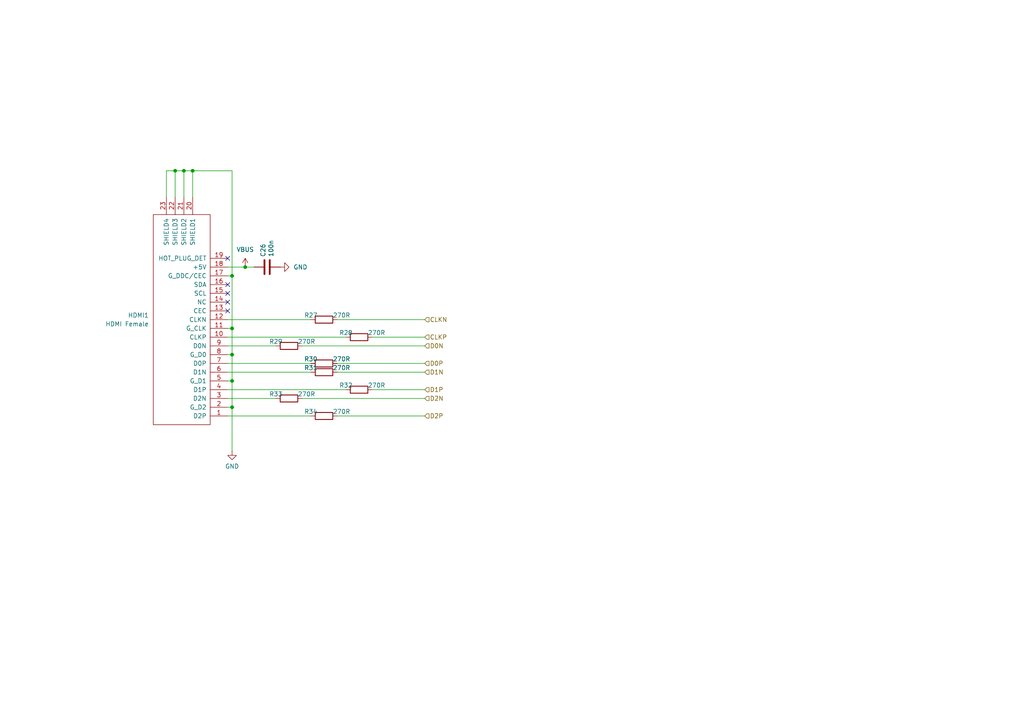
<source format=kicad_sch>
(kicad_sch (version 20250114) (generator "eeschema") (generator_version "9.0")
  (paper "A4")
  (title_block (title "MiniFRANK RM2F") (date "2025-03-13") (rev "1.00") (company "Mikhail Matveev") (comment 1 "https://github.com/xtremespb/frank"))
  (lib_symbols
    (symbol "Device:C" (pin_numbers (hide yes)) (pin_names (offset 0.254))
      (property "Reference" "C" (at 0.635 2.54 0))
      (property "Value" "C" (at 0.635 -2.54 0))
      (symbol "C_0_1"
        (polyline (pts (xy -2.032 0.762) (xy 2.032 0.762)) (stroke (width 0.508)))
        (polyline (pts (xy -2.032 -0.762) (xy 2.032 -0.762)) (stroke (width 0.508)))
      )
      (symbol "C_1_1"
        (pin passive line (at 0 3.81 270) (length 2.794) (name "~") (number "1"))
        (pin passive line (at 0 -3.81 90) (length 2.794) (name "~") (number "2"))
      )
    )
    (symbol "Device:R" (pin_numbers (hide yes)) (pin_names (offset 0))
      (property "Reference" "R" (at 2.032 0 90))
      (property "Value" "R" (at 0 0 90))
      (symbol "R_0_1"
        (rectangle (start -1.016 -2.54) (end 1.016 2.54) (stroke (width 0.254)))
      )
      (symbol "R_1_1"
        (pin passive line (at 0 3.81 270) (length 1.27) (name "~") (number "1"))
        (pin passive line (at 0 -3.81 90) (length 1.27) (name "~") (number "2"))
      )
    )
    (symbol "FRANK:HDMI" (pin_names (offset 1.016))
      (property "Reference" "HDMI1" (at 12.7 -16.5101 0))
      (property "Value" "HDMI" (at 12.7 -13.9701 0))
      (symbol "HDMI_0_1"
        (rectangle (start -5.08 15.24) (end 11.43 -45.72))
      )
      (symbol "HDMI_1_1"
        (pin input line (at -10.16 12.7 0) (length 5.08) (name "D2P") (number "1"))
        (pin input line (at -10.16 10.16 0) (length 5.08) (name "G_D2") (number "2"))
        (pin input line (at -10.16 7.62 0) (length 5.08) (name "D2N") (number "3"))
        (pin input line (at -10.16 5.08 0) (length 5.08) (name "D1P") (number "4"))
        (pin input line (at -10.16 2.54 0) (length 5.08) (name "G_D1") (number "5"))
        (pin input line (at -10.16 0 0) (length 5.08) (name "D1N") (number "6"))
        (pin input line (at -10.16 -2.54 0) (length 5.08) (name "D0P") (number "7"))
        (pin input line (at -10.16 -5.08 0) (length 5.08) (name "G_D0") (number "8"))
        (pin input line (at -10.16 -7.62 0) (length 5.08) (name "D0N") (number "9"))
        (pin input line (at -10.16 -10.16 0) (length 5.08) (name "CLKP") (number "10"))
        (pin input line (at -10.16 -12.7 0) (length 5.08) (name "G_CLK") (number "11"))
        (pin input line (at -10.16 -15.24 0) (length 5.08) (name "CLKN") (number "12"))
        (pin input line (at -10.16 -17.78 0) (length 5.08) (name "CEC") (number "13"))
        (pin input line (at -10.16 -20.32 0) (length 5.08) (name "NC") (number "14"))
        (pin input line (at -10.16 -22.86 0) (length 5.08) (name "SCL") (number "15"))
        (pin input line (at -10.16 -25.4 0) (length 5.08) (name "SDA") (number "16"))
        (pin input line (at -10.16 -27.94 0) (length 5.08) (name "G_DDC/CEC") (number "17"))
        (pin input line (at -10.16 -30.48 0) (length 5.08) (name "+5V") (number "18"))
        (pin input line (at -10.16 -33.02 0) (length 5.08) (name "HOT_PLUG_DET") (number "19"))
        (pin input line (at 0 -50.8 90) (length 5.08) (name "SHIELD1") (number "20"))
        (pin input line (at 2.54 -50.8 90) (length 5.08) (name "SHIELD2") (number "21"))
        (pin input line (at 5.08 -50.8 90) (length 5.08) (name "SHIELD3") (number "22"))
        (pin input line (at 7.62 -50.8 90) (length 5.08) (name "SHIELD4") (number "23"))
      )
    )
    (symbol "GND_1" (power) (pin_numbers (hide yes)) (pin_names (offset 0) (hide yes))
      (property "Value" "GND" (at 0 -3.81 0))
      (symbol "GND_1_0_1"
        (polyline (pts (xy 0 0) (xy 0 -1.27) (xy 1.27 -1.27) (xy 0 -2.54) (xy -1.27 -1.27) (xy 0 -1.27)))
      )
      (symbol "GND_1_1_1"
        (pin power_in line (at 0 0 270) (length 0) (name "~") (number "1"))
      )
    )
    (symbol "power:GND" (power) (pin_numbers (hide yes)) (pin_names (offset 0) (hide yes))
      (property "Value" "GND" (at 0 -3.81 0))
      (symbol "GND_0_1"
        (polyline (pts (xy 0 0) (xy 0 -1.27) (xy 1.27 -1.27) (xy 0 -2.54) (xy -1.27 -1.27) (xy 0 -1.27)))
      )
      (symbol "GND_1_1"
        (pin power_in line (at 0 0 270) (length 0) (name "~") (number "1"))
      )
    )
    (symbol "power:VBUS" (power) (pin_numbers (hide yes)) (pin_names (offset 0) (hide yes))
      (property "Value" "VBUS" (at 0 3.556 0))
      (symbol "VBUS_0_1"
        (polyline (pts (xy -0.762 1.27) (xy 0 2.54)))
        (polyline (pts (xy 0 2.54) (xy 0.762 1.27)))
        (polyline (pts (xy 0 0) (xy 0 2.54)))
      )
      (symbol "VBUS_1_1"
        (pin power_in line (at 0 0 90) (length 0) (name "~") (number "1"))
      )
    )
  )
  (junction (at 71.12 77.47))
  (junction (at 67.31 110.49))
  (junction (at 50.8 49.53))
  (junction (at 67.31 80.01))
  (junction (at 67.31 95.25))
  (junction (at 67.31 118.11))
  (junction (at 55.88 49.53))
  (junction (at 67.31 102.87))
  (junction (at 53.34 49.53))
  (no_connect (at 66.04 90.17))
  (no_connect (at 66.04 85.09))
  (no_connect (at 66.04 87.63))
  (no_connect (at 66.04 74.93))
  (no_connect (at 66.04 82.55))
  (wire (pts (xy 66.04 95.25) (xy 67.31 95.25)))
  (wire (pts (xy 67.31 110.49) (xy 67.31 118.11)))
  (wire (pts (xy 66.04 105.41) (xy 90.17 105.41)))
  (wire (pts (xy 87.63 115.57) (xy 123.19 115.57)))
  (wire (pts (xy 66.04 120.65) (xy 90.17 120.65)))
  (wire (pts (xy 66.04 102.87) (xy 67.31 102.87)))
  (wire (pts (xy 67.31 49.53) (xy 55.88 49.53)))
  (wire (pts (xy 53.34 49.53) (xy 53.34 57.15)))
  (wire (pts (xy 87.63 100.33) (xy 123.19 100.33)))
  (wire (pts (xy 55.88 49.53) (xy 53.34 49.53)))
  (wire (pts (xy 107.95 113.03) (xy 123.19 113.03)))
  (wire (pts (xy 67.31 102.87) (xy 67.31 110.49)))
  (wire (pts (xy 67.31 95.25) (xy 67.31 102.87)))
  (wire (pts (xy 97.79 107.95) (xy 123.19 107.95)))
  (wire (pts (xy 50.8 49.53) (xy 50.8 57.15)))
  (wire (pts (xy 66.04 92.71) (xy 90.17 92.71)))
  (wire (pts (xy 66.04 77.47) (xy 71.12 77.47)))
  (wire (pts (xy 66.04 113.03) (xy 100.33 113.03)))
  (wire (pts (xy 66.04 118.11) (xy 67.31 118.11)))
  (wire (pts (xy 67.31 118.11) (xy 67.31 130.81)))
  (wire (pts (xy 97.79 92.71) (xy 123.19 92.71)))
  (wire (pts (xy 97.79 105.41) (xy 123.19 105.41)))
  (wire (pts (xy 67.31 95.25) (xy 67.31 80.01)))
  (wire (pts (xy 50.8 49.53) (xy 48.26 49.53)))
  (wire (pts (xy 66.04 110.49) (xy 67.31 110.49)))
  (wire (pts (xy 66.04 80.01) (xy 67.31 80.01)))
  (wire (pts (xy 66.04 97.79) (xy 100.33 97.79)))
  (wire (pts (xy 67.31 80.01) (xy 67.31 49.53)))
  (wire (pts (xy 71.12 77.47) (xy 73.66 77.47)))
  (wire (pts (xy 107.95 97.79) (xy 123.19 97.79)))
  (wire (pts (xy 66.04 115.57) (xy 80.01 115.57)))
  (wire (pts (xy 53.34 49.53) (xy 50.8 49.53)))
  (wire (pts (xy 66.04 107.95) (xy 90.17 107.95)))
  (wire (pts (xy 48.26 49.53) (xy 48.26 57.15)))
  (wire (pts (xy 55.88 49.53) (xy 55.88 57.15)))
  (wire (pts (xy 97.79 120.65) (xy 123.19 120.65)))
  (wire (pts (xy 66.04 100.33) (xy 80.01 100.33)))
  (hierarchical_label "D2P" (shape input) (at 123.19 120.65 0))
  (hierarchical_label "CLKP" (shape input) (at 123.19 97.79 0))
  (hierarchical_label "D2N" (shape input) (at 123.19 115.57 0))
  (hierarchical_label "CLKN" (shape input) (at 123.19 92.71 0))
  (hierarchical_label "D0P" (shape input) (at 123.19 105.41 0))
  (hierarchical_label "D1P" (shape input) (at 123.19 113.03 0))
  (hierarchical_label "D0N" (shape input) (at 123.19 100.33 0))
  (hierarchical_label "D1N" (shape input) (at 123.19 107.95 0))
  (symbol (lib_id "Device:R") (at 93.98 105.41 90) (unit 1)
    (property "Reference" "R30" (at 90.17 104.14 90))
    (property "Value" "270R" (at 99.06 104.14 90))
    (property "Footprint" "FRANK:Resistor (0805)" (effects (hide yes)))
    (property "Datasheet" "https://www.vishay.com/docs/28952/mcs0402at-mct0603at-mcu0805at-mca1206at.pdf" (effects (hide yes)))
    (property "AliExpress" "https://www.aliexpress.com/item/1005005945735199.html" (effects (hide yes)))
  )
  (symbol (lib_id "Device:R") (at 104.14 113.03 90) (unit 1)
    (property "Reference" "R32" (at 100.33 111.76 90))
    (property "Value" "270R" (at 109.22 111.76 90))
    (property "Footprint" "FRANK:Resistor (0805)" (effects (hide yes)))
    (property "Datasheet" "https://www.vishay.com/docs/28952/mcs0402at-mct0603at-mcu0805at-mca1206at.pdf" (effects (hide yes)))
    (property "AliExpress" "https://www.aliexpress.com/item/1005005945735199.html" (effects (hide yes)))
  )
  (symbol (lib_id "Device:R") (at 93.98 92.71 90) (unit 1)
    (property "Reference" "R27" (at 90.17 91.44 90))
    (property "Value" "270R" (at 99.06 91.44 90))
    (property "Footprint" "FRANK:Resistor (0805)" (effects (hide yes)))
    (property "Datasheet" "https://www.vishay.com/docs/28952/mcs0402at-mct0603at-mcu0805at-mca1206at.pdf" (effects (hide yes)))
    (property "AliExpress" "https://www.aliexpress.com/item/1005005945735199.html" (effects (hide yes)))
  )
  (symbol (lib_id "power:VBUS") (at 71.12 77.47 0) (unit 1)
    (property "Reference" "#PWR052" (effects (hide yes)))
    (property "Value" "VBUS" (at 71.12 72.39 0))
    (property "Description" "Power symbol creates a global label with name \"VBUS\"" (effects (hide yes)))
  )
  (symbol (lib_id "Device:R") (at 93.98 107.95 90) (unit 1)
    (property "Reference" "R31" (at 90.17 106.68 90))
    (property "Value" "270R" (at 99.06 106.68 90))
    (property "Footprint" "FRANK:Resistor (0805)" (effects (hide yes)))
    (property "Datasheet" "https://www.vishay.com/docs/28952/mcs0402at-mct0603at-mcu0805at-mca1206at.pdf" (effects (hide yes)))
    (property "AliExpress" "https://www.aliexpress.com/item/1005005945735199.html" (effects (hide yes)))
  )
  (symbol (lib_id "Device:C") (at 77.47 77.47 90) (unit 1)
    (property "Reference" "C26" (at 76.3016 74.549 0) (effects (justify left)))
    (property "Value" "100n" (at 78.613 74.549 0) (effects (justify left)))
    (property "Footprint" "FRANK:Capacitor (0805)" (effects (hide yes)))
    (property "Datasheet" "https://eu.mouser.com/datasheet/2/447/KEM_C1075_X7R_HT_SMD-3316221.pdf" (effects (hide yes)))
    (property "AliExpress" "https://www.aliexpress.com/item/33008008276.html" (effects (hide yes)))
  )
  (symbol (lib_id "Device:R") (at 83.82 100.33 90) (unit 1)
    (property "Reference" "R29" (at 80.01 99.06 90))
    (property "Value" "270R" (at 88.9 99.06 90))
    (property "Footprint" "FRANK:Resistor (0805)" (effects (hide yes)))
    (property "Datasheet" "https://www.vishay.com/docs/28952/mcs0402at-mct0603at-mcu0805at-mca1206at.pdf" (effects (hide yes)))
    (property "AliExpress" "https://www.aliexpress.com/item/1005005945735199.html" (effects (hide yes)))
  )
  (symbol (lib_id "power:GND") (at 67.31 130.81 0) (unit 1)
    (property "Reference" "#PWR054" (effects (hide yes)))
    (property "Value" "GND" (at 67.31 135.2534 0))
    (property "Description" "Power symbol creates a global label with name \"GND\" , ground" (effects (hide yes)))
  )
  (symbol (lib_name "GND_1") (lib_id "power:GND") (at 81.28 77.47 90) (unit 1)
    (property "Reference" "#PWR053" (effects (hide yes)))
    (property "Value" "GND" (at 85.09 77.4699 90) (effects (justify right)))
    (property "Description" "Power symbol creates a global label with name \"GND\" , ground" (effects (hide yes)))
  )
  (symbol (lib_id "Device:R") (at 104.14 97.79 90) (unit 1)
    (property "Reference" "R28" (at 100.33 96.52 90))
    (property "Value" "270R" (at 109.22 96.52 90))
    (property "Footprint" "FRANK:Resistor (0805)" (effects (hide yes)))
    (property "Datasheet" "https://www.vishay.com/docs/28952/mcs0402at-mct0603at-mcu0805at-mca1206at.pdf" (effects (hide yes)))
    (property "AliExpress" "https://www.aliexpress.com/item/1005005945735199.html" (effects (hide yes)))
  )
  (symbol (lib_id "FRANK:HDMI") (at 55.88 107.95 180) (unit 1)
    (property "Reference" "HDMI1" (at 43.18 91.4399 0) (effects (justify left)))
    (property "Value" "HDMI Female" (at 43.18 93.9799 0) (effects (justify left)))
    (property "Footprint" "FRANK:HDMI (female)" (effects (hide yes)))
    (property "Datasheet" "https://eu.mouser.com/datasheet/2/418/8/ENG_CD_1747981_G-2018509.pdf" (effects (hide yes)))
    (property "AliExpress" "https://www.aliexpress.com/item/1005005248842433.html" (effects (hide yes)))
  )
  (symbol (lib_id "Device:R") (at 93.98 120.65 90) (unit 1)
    (property "Reference" "R34" (at 90.17 119.38 90))
    (property "Value" "270R" (at 99.06 119.38 90))
    (property "Footprint" "FRANK:Resistor (0805)" (effects (hide yes)))
    (property "Datasheet" "https://www.vishay.com/docs/28952/mcs0402at-mct0603at-mcu0805at-mca1206at.pdf" (effects (hide yes)))
    (property "AliExpress" "https://www.aliexpress.com/item/1005005945735199.html" (effects (hide yes)))
  )
  (symbol (lib_id "Device:R") (at 83.82 115.57 90) (unit 1)
    (property "Reference" "R33" (at 80.01 114.3 90))
    (property "Value" "270R" (at 88.9 114.3 90))
    (property "Footprint" "FRANK:Resistor (0805)" (effects (hide yes)))
    (property "Datasheet" "https://www.vishay.com/docs/28952/mcs0402at-mct0603at-mcu0805at-mca1206at.pdf" (effects (hide yes)))
    (property "AliExpress" "https://www.aliexpress.com/item/1005005945735199.html" (effects (hide yes)))
  )
)
</source>
